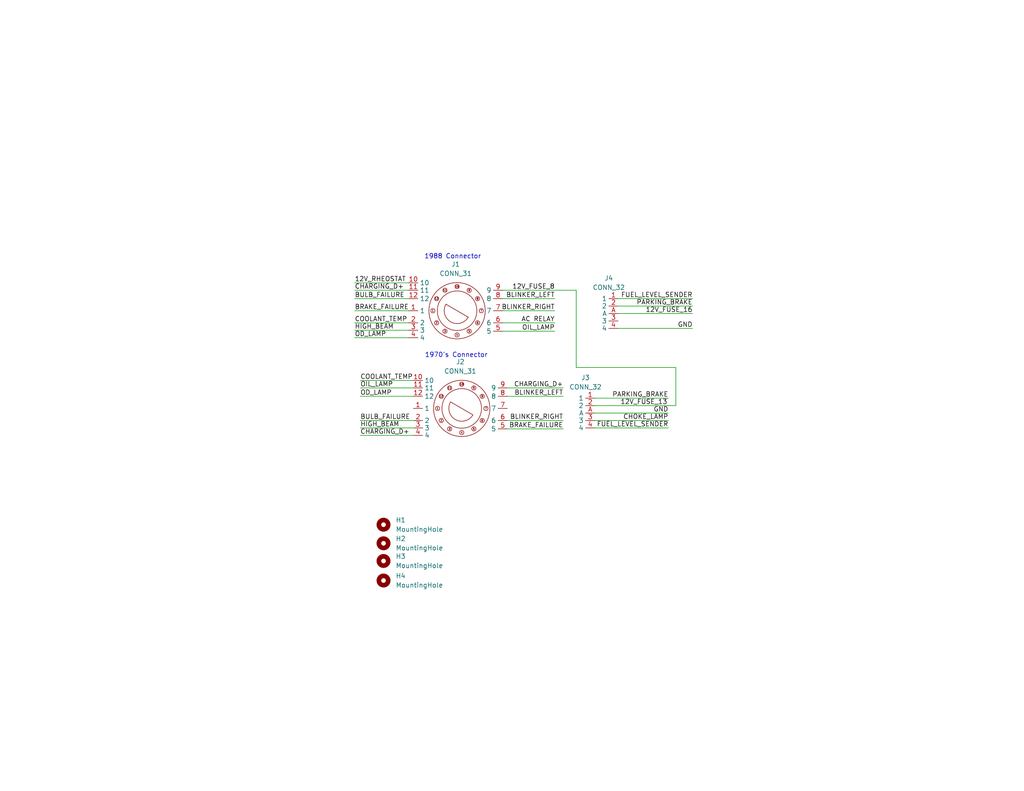
<source format=kicad_sch>
(kicad_sch (version 20211123) (generator eeschema)
  (paper "USLetter")
  (title_block (title "Volvo 240 Dash Connectors Adapter") (date "2024-03-06") (rev "A"))
  (lib_symbols
    (symbol "Mechanical:MountingHole" (pin_names (offset 1.016))
      (property "Reference" "H" (at 0 5.08 0))
      (property "Value" "MountingHole" (at 0 3.175 0))
      (symbol "MountingHole_0_1"
        (circle (center 0 0) (radius 1.27) (stroke (width 1.27)))
      )
    )
    (symbol "volvodash:CONN_31"
      (property "Reference" "J" (at -3.81 8.636 0))
      (property "Value" "CONN_31" (at 0 -9.144 0))
      (symbol "CONN_31_0_0"
        (text "1" (at -6.604 0 0) (effects (font (size 0.508 0.508))))
        (text "10" (at 0 6.604 0) (effects (font (size 0.508 0.508))))
        (text "11" (at -3.302 5.588 0) (effects (font (size 0.508 0.508))))
        (text "12" (at -5.588 3.302 0) (effects (font (size 0.508 0.508))))
        (text "2" (at -5.588 -3.302 0) (effects (font (size 0.508 0.508))))
        (text "3" (at -3.302 -5.588 0) (effects (font (size 0.508 0.508))))
        (text "4" (at 0 -6.604 0) (effects (font (size 0.508 0.508))))
        (text "5" (at 3.302 -5.588 0) (effects (font (size 0.508 0.508))))
        (text "6" (at 5.588 -3.302 0) (effects (font (size 0.508 0.508))))
        (text "7" (at 6.604 0 0) (effects (font (size 0.508 0.508))))
        (text "8" (at 5.588 3.302 0) (effects (font (size 0.508 0.508))))
        (text "9" (at 3.302 5.588 0) (effects (font (size 0.508 0.508))))
      )
      (symbol "CONN_31_0_1"
        (circle (center -6.604 0) (radius 0.568))
        (circle (center -5.588 -3.302) (radius 0.568))
        (circle (center -5.588 3.302) (radius 0.568))
        (circle (center -3.302 -5.588) (radius 0.568))
        (circle (center -3.302 5.588) (radius 0.568))
        (arc (start -3.048 1.778) (mid -1.7634 -3.023) (end 3.048 -1.778))
        (circle (center 0 -6.604) (radius 0.568))
        (polyline (pts (xy -3.048 1.778) (xy 3.048 -1.778) (xy 3.048 -1.778)))
        (circle (center 0 0) (radius 5.4001))
        (circle (center 0 0) (radius 7.679))
        (circle (center 0 6.604) (radius 0.568))
        (circle (center 3.302 -5.588) (radius 0.568))
        (circle (center 3.302 5.588) (radius 0.568))
        (circle (center 5.588 -3.302) (radius 0.568))
        (circle (center 5.588 3.302) (radius 0.568))
        (circle (center 6.604 0) (radius 0.568))
      )
      (symbol "CONN_31_1_1"
        (pin input line (at -13.208 0 0) (length 2.54) (name "1") (number "1"))
        (pin input line (at -13.208 7.62 0) (length 2.54) (name "10") (number "10"))
        (pin input line (at -13.208 5.588 0) (length 2.54) (name "11") (number "11"))
        (pin input line (at -13.208 3.302 0) (length 2.54) (name "12") (number "12"))
        (pin input line (at -13.208 -3.302 0) (length 2.54) (name "2") (number "2"))
        (pin input line (at -13.208 -5.334 0) (length 2.54) (name "3") (number "3"))
        (pin input line (at -13.208 -7.366 0) (length 2.54) (name "4") (number "4"))
        (pin input line (at 12.446 -5.588 180) (length 2.54) (name "5") (number "5"))
        (pin input line (at 12.446 -3.302 180) (length 2.54) (name "6") (number "6"))
        (pin input line (at 12.446 0 180) (length 2.54) (name "7") (number "7"))
        (pin input line (at 12.446 3.302 180) (length 2.54) (name "8") (number "8"))
        (pin input line (at 12.446 5.588 180) (length 2.54) (name "9") (number "9"))
      )
    )
    (symbol "volvodash:CONN_32"
      (property "Reference" "J" (at 0 6.604 0))
      (property "Value" "CONN_32" (at -1.016 -9.398 0))
      (symbol "CONN_32_1_1"
        (pin input line (at 2.54 4.064 180) (length 2.54) (name "1") (number "1"))
        (pin input line (at 2.54 2.032 180) (length 2.54) (name "2") (number "2"))
        (pin input line (at 2.54 -2.032 180) (length 2.54) (name "3") (number "3"))
        (pin input line (at 2.54 -4.064 180) (length 2.54) (name "4") (number "4"))
        (pin input line (at 2.54 0 180) (length 2.54) (name "A") (number "A"))
      )
    )
  )
  (wire (pts (xy 138.43 114.808) (xy 153.67 114.808)))
  (wire (pts (xy 137.16 88.138) (xy 151.384 88.138)))
  (wire (pts (xy 137.16 81.534) (xy 151.384 81.534)))
  (wire (pts (xy 96.774 90.17) (xy 111.506 90.17)))
  (wire (pts (xy 98.298 118.872) (xy 112.776 118.872)))
  (wire (pts (xy 168.656 81.534) (xy 188.976 81.534)))
  (wire (pts (xy 168.656 85.598) (xy 188.976 85.598)))
  (wire (pts (xy 137.16 84.836) (xy 151.384 84.836)))
  (wire (pts (xy 96.774 88.138) (xy 111.506 88.138)))
  (wire (pts (xy 162.306 112.776) (xy 182.372 112.776)))
  (wire (pts (xy 184.404 100.33) (xy 184.404 110.744)))
  (wire (pts (xy 168.656 83.566) (xy 188.976 83.566)))
  (wire (pts (xy 112.776 103.886) (xy 98.298 103.886)))
  (wire (pts (xy 138.43 108.204) (xy 153.67 108.204)))
  (wire (pts (xy 168.656 89.662) (xy 188.976 89.662)))
  (wire (pts (xy 157.226 100.33) (xy 184.404 100.33)))
  (wire (pts (xy 138.43 105.918) (xy 153.67 105.918)))
  (wire (pts (xy 137.16 90.424) (xy 151.384 90.424)))
  (wire (pts (xy 98.298 116.84) (xy 112.776 116.84)))
  (wire (pts (xy 98.298 108.204) (xy 112.776 108.204)))
  (wire (pts (xy 96.774 92.202) (xy 111.506 92.202)))
  (wire (pts (xy 98.298 114.808) (xy 112.776 114.808)))
  (wire (pts (xy 96.774 84.836) (xy 111.506 84.836)))
  (wire (pts (xy 137.16 79.248) (xy 157.226 79.248)))
  (wire (pts (xy 96.774 79.248) (xy 111.506 79.248)))
  (wire (pts (xy 98.298 105.918) (xy 112.776 105.918)))
  (wire (pts (xy 157.226 79.248) (xy 157.226 100.33)))
  (wire (pts (xy 162.306 116.84) (xy 182.372 116.84)))
  (wire (pts (xy 162.306 114.808) (xy 182.372 114.808)))
  (wire (pts (xy 96.774 81.534) (xy 111.506 81.534)))
  (wire (pts (xy 162.306 108.712) (xy 182.372 108.712)))
  (wire (pts (xy 138.43 117.094) (xy 153.67 117.094)))
  (wire (pts (xy 96.774 77.216) (xy 111.506 77.216)))
  (wire (pts (xy 162.306 110.744) (xy 184.404 110.744)))
  (text "1970's Connector\n" (at 133.096 97.79 180) (effects (font (size 1.27 1.27)) (justify right bottom)))
  (text "1988 Connector\n" (at 131.318 70.866 180) (effects (font (size 1.27 1.27)) (justify right bottom)))
  (label "OD_LAMP" (at 96.774 92.202 0))
  (label "BLINKER_RIGHT" (at 151.384 84.836 180))
  (label "BLINKER_LEFT" (at 153.67 108.204 180))
  (label "BRAKE_FAILURE" (at 153.67 117.094 180))
  (label "GND" (at 188.976 89.662 180))
  (label "BULB_FAILURE" (at 98.298 114.808 0))
  (label "HIGH_BEAM" (at 96.774 90.17 0))
  (label "CHARGING_D+" (at 96.774 79.248 0))
  (label "BULB_FAILURE" (at 96.774 81.534 0))
  (label "12V_FUSE_13" (at 182.118 110.744 180))
  (label "GND" (at 182.372 112.776 180))
  (label "COOLANT_TEMP" (at 96.774 88.138 0))
  (label "PARKING_BRAKE" (at 182.372 108.712 180))
  (label "FUEL_LEVEL_SENDER" (at 182.372 116.84 180))
  (label "PARKING_BRAKE" (at 188.976 83.566 180))
  (label "BLINKER_LEFT" (at 151.384 81.534 180))
  (label "OD_LAMP" (at 98.298 108.204 0))
  (label "AC RELAY" (at 151.384 88.138 180))
  (label "COOLANT_TEMP" (at 98.298 103.886 0))
  (label "12V_FUSE_8" (at 151.384 79.248 180))
  (label "CHARGING_D+" (at 98.298 118.872 0))
  (label "BLINKER_RIGHT" (at 153.67 114.808 180))
  (label "CHOKE_LAMP" (at 182.372 114.808 180))
  (label "OIL_LAMP" (at 151.384 90.424 180))
  (label "FUEL_LEVEL_SENDER" (at 188.976 81.534 180))
  (label "BRAKE_FAILURE" (at 96.774 84.836 0))
  (label "OIL_LAMP" (at 98.298 105.918 0))
  (label "HIGH_BEAM" (at 98.298 116.84 0))
  (label "12V_FUSE_16" (at 188.976 85.598 180))
  (label "CHARGING_D+" (at 153.67 105.918 180))
  (label "12V_RHEOSTAT" (at 96.774 77.216 0))
  (symbol (lib_id "Mechanical:MountingHole") (at 104.648 148.336 0) (unit 1)
    (property "Reference" "H2" (at 107.95 147.0659 0) (effects (justify left)))
    (property "Value" "MountingHole" (at 107.95 149.6059 0) (effects (justify left)))
    (property "Footprint" "MountingHole:MountingHole_3.2mm_M3" (effects hide))
  )
  (symbol (lib_id "volvodash:CONN_31") (at 125.984 111.506 0) (unit 1)
    (property "Reference" "J2" (at 125.603 98.806 0))
    (property "Value" "CONN_31" (at 125.603 101.346 0))
    (property "Footprint" "volvodash:VOLVO_CONN_31" (effects hide))
  )
  (symbol (lib_id "volvodash:CONN_32") (at 159.766 112.776 0) (unit 1)
    (property "Reference" "J3" (at 159.766 103.124 0))
    (property "Value" "CONN_32" (at 159.766 105.664 0))
    (property "Footprint" "volvodash:VOLVO_CONN_32" (effects hide))
  )
  (symbol (lib_id "volvodash:CONN_31") (at 124.714 84.836 0) (unit 1)
    (property "Reference" "J1" (at 124.333 72.136 0))
    (property "Value" "CONN_31" (at 124.333 74.676 0))
    (property "Footprint" "volvodash:VOLVO_CONN_31" (effects hide))
  )
  (symbol (lib_id "Mechanical:MountingHole") (at 104.648 143.256 0) (unit 1)
    (property "Reference" "H1" (at 107.95 141.9859 0) (effects (justify left)))
    (property "Value" "MountingHole" (at 107.95 144.5259 0) (effects (justify left)))
    (property "Footprint" "MountingHole:MountingHole_3.2mm_M3" (effects hide))
  )
  (symbol (lib_id "volvodash:CONN_32") (at 166.116 85.598 0) (unit 1)
    (property "Reference" "J4" (at 166.116 75.946 0))
    (property "Value" "CONN_32" (at 166.116 78.486 0))
    (property "Footprint" "volvodash:VOLVO_CONN_32" (effects hide))
  )
  (symbol (lib_id "Mechanical:MountingHole") (at 104.648 153.162 0) (unit 1)
    (property "Reference" "H3" (at 107.95 151.8919 0) (effects (justify left)))
    (property "Value" "MountingHole" (at 107.95 154.4319 0) (effects (justify left)))
    (property "Footprint" "MountingHole:MountingHole_3.2mm_M3" (effects hide))
  )
  (symbol (lib_id "Mechanical:MountingHole") (at 104.648 158.496 0) (unit 1)
    (property "Reference" "H4" (at 107.95 157.2259 0) (effects (justify left)))
    (property "Value" "MountingHole" (at 107.95 159.7659 0) (effects (justify left)))
    (property "Footprint" "MountingHole:MountingHole_3.2mm_M3" (effects hide))
  )
)
</source>
